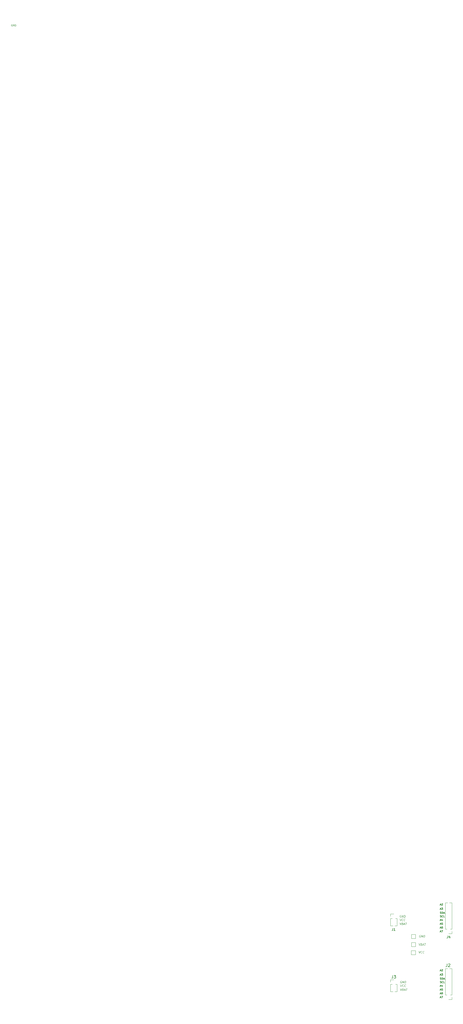
<source format=gbr>
%TF.GenerationSoftware,KiCad,Pcbnew,8.0.9-8.0.9-0~ubuntu22.04.1*%
%TF.CreationDate,2025-04-17T16:20:49+02:00*%
%TF.ProjectId,HB_Stamp_IO_EXT_debug_adapter_FUEL4EP,48425f53-7461-46d7-905f-494f5f455854,1.0*%
%TF.SameCoordinates,Original*%
%TF.FileFunction,Legend,Top*%
%TF.FilePolarity,Positive*%
%FSLAX46Y46*%
G04 Gerber Fmt 4.6, Leading zero omitted, Abs format (unit mm)*
G04 Created by KiCad (PCBNEW 8.0.9-8.0.9-0~ubuntu22.04.1) date 2025-04-17 16:20:49*
%MOMM*%
%LPD*%
G01*
G04 APERTURE LIST*
%ADD10C,0.100000*%
%ADD11C,0.150000*%
%ADD12C,0.120000*%
%ADD13R,1.000000X1.000000*%
%ADD14O,1.000000X1.000000*%
G04 APERTURE END LIST*
D10*
X10199000Y16764366D02*
X10344833Y16064366D01*
X10344833Y16064366D02*
X10665666Y16764366D01*
X11219833Y16131033D02*
X11182333Y16097700D01*
X11182333Y16097700D02*
X11078166Y16064366D01*
X11078166Y16064366D02*
X11011500Y16064366D01*
X11011500Y16064366D02*
X10915666Y16097700D01*
X10915666Y16097700D02*
X10857333Y16164366D01*
X10857333Y16164366D02*
X10832333Y16231033D01*
X10832333Y16231033D02*
X10815666Y16364366D01*
X10815666Y16364366D02*
X10828166Y16464366D01*
X10828166Y16464366D02*
X10878166Y16597700D01*
X10878166Y16597700D02*
X10919833Y16664366D01*
X10919833Y16664366D02*
X10994833Y16731033D01*
X10994833Y16731033D02*
X11099000Y16764366D01*
X11099000Y16764366D02*
X11165666Y16764366D01*
X11165666Y16764366D02*
X11261500Y16731033D01*
X11261500Y16731033D02*
X11290666Y16697700D01*
X11919833Y16131033D02*
X11882333Y16097700D01*
X11882333Y16097700D02*
X11778166Y16064366D01*
X11778166Y16064366D02*
X11711500Y16064366D01*
X11711500Y16064366D02*
X11615666Y16097700D01*
X11615666Y16097700D02*
X11557333Y16164366D01*
X11557333Y16164366D02*
X11532333Y16231033D01*
X11532333Y16231033D02*
X11515666Y16364366D01*
X11515666Y16364366D02*
X11528166Y16464366D01*
X11528166Y16464366D02*
X11578166Y16597700D01*
X11578166Y16597700D02*
X11619833Y16664366D01*
X11619833Y16664366D02*
X11694833Y16731033D01*
X11694833Y16731033D02*
X11799000Y16764366D01*
X11799000Y16764366D02*
X11865666Y16764366D01*
X11865666Y16764366D02*
X11961500Y16731033D01*
X11961500Y16731033D02*
X11990666Y16697700D01*
X10183334Y19381366D02*
X10329167Y18681366D01*
X10329167Y18681366D02*
X10650000Y19381366D01*
X11075000Y19048033D02*
X11170834Y19014700D01*
X11170834Y19014700D02*
X11200000Y18981366D01*
X11200000Y18981366D02*
X11225000Y18914700D01*
X11225000Y18914700D02*
X11212500Y18814700D01*
X11212500Y18814700D02*
X11170834Y18748033D01*
X11170834Y18748033D02*
X11133334Y18714700D01*
X11133334Y18714700D02*
X11062500Y18681366D01*
X11062500Y18681366D02*
X10795834Y18681366D01*
X10795834Y18681366D02*
X10883334Y19381366D01*
X10883334Y19381366D02*
X11116667Y19381366D01*
X11116667Y19381366D02*
X11179167Y19348033D01*
X11179167Y19348033D02*
X11208334Y19314700D01*
X11208334Y19314700D02*
X11233334Y19248033D01*
X11233334Y19248033D02*
X11225000Y19181366D01*
X11225000Y19181366D02*
X11183334Y19114700D01*
X11183334Y19114700D02*
X11145834Y19081366D01*
X11145834Y19081366D02*
X11075000Y19048033D01*
X11075000Y19048033D02*
X10841667Y19048033D01*
X11487500Y18881366D02*
X11820834Y18881366D01*
X11395834Y18681366D02*
X11716667Y19381366D01*
X11716667Y19381366D02*
X11862500Y18681366D01*
X12083334Y19381366D02*
X12483334Y19381366D01*
X12195834Y18681366D02*
X12283334Y19381366D01*
X10795834Y22098033D02*
X10733334Y22131366D01*
X10733334Y22131366D02*
X10633334Y22131366D01*
X10633334Y22131366D02*
X10529167Y22098033D01*
X10529167Y22098033D02*
X10454167Y22031366D01*
X10454167Y22031366D02*
X10412500Y21964700D01*
X10412500Y21964700D02*
X10362500Y21831366D01*
X10362500Y21831366D02*
X10350000Y21731366D01*
X10350000Y21731366D02*
X10366667Y21598033D01*
X10366667Y21598033D02*
X10391667Y21531366D01*
X10391667Y21531366D02*
X10450000Y21464700D01*
X10450000Y21464700D02*
X10545834Y21431366D01*
X10545834Y21431366D02*
X10612500Y21431366D01*
X10612500Y21431366D02*
X10716667Y21464700D01*
X10716667Y21464700D02*
X10754167Y21498033D01*
X10754167Y21498033D02*
X10783334Y21731366D01*
X10783334Y21731366D02*
X10650000Y21731366D01*
X11045834Y21431366D02*
X11133334Y22131366D01*
X11133334Y22131366D02*
X11445834Y21431366D01*
X11445834Y21431366D02*
X11533334Y22131366D01*
X11779167Y21431366D02*
X11866667Y22131366D01*
X11866667Y22131366D02*
X12033333Y22131366D01*
X12033333Y22131366D02*
X12129167Y22098033D01*
X12129167Y22098033D02*
X12187500Y22031366D01*
X12187500Y22031366D02*
X12212500Y21964700D01*
X12212500Y21964700D02*
X12229167Y21831366D01*
X12229167Y21831366D02*
X12216667Y21731366D01*
X12216667Y21731366D02*
X12166667Y21598033D01*
X12166667Y21598033D02*
X12125000Y21531366D01*
X12125000Y21531366D02*
X12050000Y21464700D01*
X12050000Y21464700D02*
X11945833Y21431366D01*
X11945833Y21431366D02*
X11779167Y21431366D01*
D11*
X17357969Y7359800D02*
X17443684Y7331228D01*
X17443684Y7331228D02*
X17586541Y7331228D01*
X17586541Y7331228D02*
X17643684Y7359800D01*
X17643684Y7359800D02*
X17672255Y7388371D01*
X17672255Y7388371D02*
X17700826Y7445514D01*
X17700826Y7445514D02*
X17700826Y7502657D01*
X17700826Y7502657D02*
X17672255Y7559800D01*
X17672255Y7559800D02*
X17643684Y7588371D01*
X17643684Y7588371D02*
X17586541Y7616942D01*
X17586541Y7616942D02*
X17472255Y7645514D01*
X17472255Y7645514D02*
X17415112Y7674085D01*
X17415112Y7674085D02*
X17386541Y7702657D01*
X17386541Y7702657D02*
X17357969Y7759800D01*
X17357969Y7759800D02*
X17357969Y7816942D01*
X17357969Y7816942D02*
X17386541Y7874085D01*
X17386541Y7874085D02*
X17415112Y7902657D01*
X17415112Y7902657D02*
X17472255Y7931228D01*
X17472255Y7931228D02*
X17615112Y7931228D01*
X17615112Y7931228D02*
X17700826Y7902657D01*
X17957970Y7331228D02*
X17957970Y7931228D01*
X17957970Y7931228D02*
X18100827Y7931228D01*
X18100827Y7931228D02*
X18186541Y7902657D01*
X18186541Y7902657D02*
X18243684Y7845514D01*
X18243684Y7845514D02*
X18272255Y7788371D01*
X18272255Y7788371D02*
X18300827Y7674085D01*
X18300827Y7674085D02*
X18300827Y7588371D01*
X18300827Y7588371D02*
X18272255Y7474085D01*
X18272255Y7474085D02*
X18243684Y7416942D01*
X18243684Y7416942D02*
X18186541Y7359800D01*
X18186541Y7359800D02*
X18100827Y7331228D01*
X18100827Y7331228D02*
X17957970Y7331228D01*
X18529398Y7502657D02*
X18815113Y7502657D01*
X18472255Y7331228D02*
X18672255Y7931228D01*
X18672255Y7931228D02*
X18872255Y7331228D01*
X17357969Y1305057D02*
X17643684Y1305057D01*
X17300826Y1133628D02*
X17500826Y1733628D01*
X17500826Y1733628D02*
X17700826Y1133628D01*
X17843684Y1733628D02*
X18243684Y1733628D01*
X18243684Y1733628D02*
X17986541Y1133628D01*
X17357969Y2575057D02*
X17643684Y2575057D01*
X17300826Y2403628D02*
X17500826Y3003628D01*
X17500826Y3003628D02*
X17700826Y2403628D01*
X18157970Y3003628D02*
X18043684Y3003628D01*
X18043684Y3003628D02*
X17986541Y2975057D01*
X17986541Y2975057D02*
X17957970Y2946485D01*
X17957970Y2946485D02*
X17900827Y2860771D01*
X17900827Y2860771D02*
X17872255Y2746485D01*
X17872255Y2746485D02*
X17872255Y2517914D01*
X17872255Y2517914D02*
X17900827Y2460771D01*
X17900827Y2460771D02*
X17929398Y2432200D01*
X17929398Y2432200D02*
X17986541Y2403628D01*
X17986541Y2403628D02*
X18100827Y2403628D01*
X18100827Y2403628D02*
X18157970Y2432200D01*
X18157970Y2432200D02*
X18186541Y2460771D01*
X18186541Y2460771D02*
X18215112Y2517914D01*
X18215112Y2517914D02*
X18215112Y2660771D01*
X18215112Y2660771D02*
X18186541Y2717914D01*
X18186541Y2717914D02*
X18157970Y2746485D01*
X18157970Y2746485D02*
X18100827Y2775057D01*
X18100827Y2775057D02*
X17986541Y2775057D01*
X17986541Y2775057D02*
X17929398Y2746485D01*
X17929398Y2746485D02*
X17900827Y2717914D01*
X17900827Y2717914D02*
X17872255Y2660771D01*
X17357969Y6140600D02*
X17443684Y6112028D01*
X17443684Y6112028D02*
X17586541Y6112028D01*
X17586541Y6112028D02*
X17643684Y6140600D01*
X17643684Y6140600D02*
X17672255Y6169171D01*
X17672255Y6169171D02*
X17700826Y6226314D01*
X17700826Y6226314D02*
X17700826Y6283457D01*
X17700826Y6283457D02*
X17672255Y6340600D01*
X17672255Y6340600D02*
X17643684Y6369171D01*
X17643684Y6369171D02*
X17586541Y6397742D01*
X17586541Y6397742D02*
X17472255Y6426314D01*
X17472255Y6426314D02*
X17415112Y6454885D01*
X17415112Y6454885D02*
X17386541Y6483457D01*
X17386541Y6483457D02*
X17357969Y6540600D01*
X17357969Y6540600D02*
X17357969Y6597742D01*
X17357969Y6597742D02*
X17386541Y6654885D01*
X17386541Y6654885D02*
X17415112Y6683457D01*
X17415112Y6683457D02*
X17472255Y6712028D01*
X17472255Y6712028D02*
X17615112Y6712028D01*
X17615112Y6712028D02*
X17700826Y6683457D01*
X18300827Y6169171D02*
X18272255Y6140600D01*
X18272255Y6140600D02*
X18186541Y6112028D01*
X18186541Y6112028D02*
X18129398Y6112028D01*
X18129398Y6112028D02*
X18043684Y6140600D01*
X18043684Y6140600D02*
X17986541Y6197742D01*
X17986541Y6197742D02*
X17957970Y6254885D01*
X17957970Y6254885D02*
X17929398Y6369171D01*
X17929398Y6369171D02*
X17929398Y6454885D01*
X17929398Y6454885D02*
X17957970Y6569171D01*
X17957970Y6569171D02*
X17986541Y6626314D01*
X17986541Y6626314D02*
X18043684Y6683457D01*
X18043684Y6683457D02*
X18129398Y6712028D01*
X18129398Y6712028D02*
X18186541Y6712028D01*
X18186541Y6712028D02*
X18272255Y6683457D01*
X18272255Y6683457D02*
X18300827Y6654885D01*
X18843684Y6112028D02*
X18557970Y6112028D01*
X18557970Y6112028D02*
X18557970Y6712028D01*
X17357969Y10245857D02*
X17643684Y10245857D01*
X17300826Y10074428D02*
X17500826Y10674428D01*
X17500826Y10674428D02*
X17700826Y10074428D01*
X17872255Y10617285D02*
X17900827Y10645857D01*
X17900827Y10645857D02*
X17957970Y10674428D01*
X17957970Y10674428D02*
X18100827Y10674428D01*
X18100827Y10674428D02*
X18157970Y10645857D01*
X18157970Y10645857D02*
X18186541Y10617285D01*
X18186541Y10617285D02*
X18215112Y10560142D01*
X18215112Y10560142D02*
X18215112Y10503000D01*
X18215112Y10503000D02*
X18186541Y10417285D01*
X18186541Y10417285D02*
X17843684Y10074428D01*
X17843684Y10074428D02*
X18215112Y10074428D01*
X17357969Y5064257D02*
X17643684Y5064257D01*
X17300826Y4892828D02*
X17500826Y5492828D01*
X17500826Y5492828D02*
X17700826Y4892828D01*
X18157970Y5292828D02*
X18157970Y4892828D01*
X18015112Y5521400D02*
X17872255Y5092828D01*
X17872255Y5092828D02*
X18243684Y5092828D01*
X17357969Y8823457D02*
X17643684Y8823457D01*
X17300826Y8652028D02*
X17500826Y9252028D01*
X17500826Y9252028D02*
X17700826Y8652028D01*
X17843684Y9252028D02*
X18215112Y9252028D01*
X18215112Y9252028D02*
X18015112Y9023457D01*
X18015112Y9023457D02*
X18100827Y9023457D01*
X18100827Y9023457D02*
X18157970Y8994885D01*
X18157970Y8994885D02*
X18186541Y8966314D01*
X18186541Y8966314D02*
X18215112Y8909171D01*
X18215112Y8909171D02*
X18215112Y8766314D01*
X18215112Y8766314D02*
X18186541Y8709171D01*
X18186541Y8709171D02*
X18157970Y8680600D01*
X18157970Y8680600D02*
X18100827Y8652028D01*
X18100827Y8652028D02*
X17929398Y8652028D01*
X17929398Y8652028D02*
X17872255Y8680600D01*
X17872255Y8680600D02*
X17843684Y8709171D01*
X17357969Y3794257D02*
X17643684Y3794257D01*
X17300826Y3622828D02*
X17500826Y4222828D01*
X17500826Y4222828D02*
X17700826Y3622828D01*
X18186541Y4222828D02*
X17900827Y4222828D01*
X17900827Y4222828D02*
X17872255Y3937114D01*
X17872255Y3937114D02*
X17900827Y3965685D01*
X17900827Y3965685D02*
X17957970Y3994257D01*
X17957970Y3994257D02*
X18100827Y3994257D01*
X18100827Y3994257D02*
X18157970Y3965685D01*
X18157970Y3965685D02*
X18186541Y3937114D01*
X18186541Y3937114D02*
X18215112Y3879971D01*
X18215112Y3879971D02*
X18215112Y3737114D01*
X18215112Y3737114D02*
X18186541Y3679971D01*
X18186541Y3679971D02*
X18157970Y3651400D01*
X18157970Y3651400D02*
X18100827Y3622828D01*
X18100827Y3622828D02*
X17957970Y3622828D01*
X17957970Y3622828D02*
X17900827Y3651400D01*
X17900827Y3651400D02*
X17872255Y3679971D01*
X17357969Y25801057D02*
X17643684Y25801057D01*
X17300826Y25629628D02*
X17500826Y26229628D01*
X17500826Y26229628D02*
X17700826Y25629628D01*
X18186541Y26229628D02*
X17900827Y26229628D01*
X17900827Y26229628D02*
X17872255Y25943914D01*
X17872255Y25943914D02*
X17900827Y25972485D01*
X17900827Y25972485D02*
X17957970Y26001057D01*
X17957970Y26001057D02*
X18100827Y26001057D01*
X18100827Y26001057D02*
X18157970Y25972485D01*
X18157970Y25972485D02*
X18186541Y25943914D01*
X18186541Y25943914D02*
X18215112Y25886771D01*
X18215112Y25886771D02*
X18215112Y25743914D01*
X18215112Y25743914D02*
X18186541Y25686771D01*
X18186541Y25686771D02*
X18157970Y25658200D01*
X18157970Y25658200D02*
X18100827Y25629628D01*
X18100827Y25629628D02*
X17957970Y25629628D01*
X17957970Y25629628D02*
X17900827Y25658200D01*
X17900827Y25658200D02*
X17872255Y25686771D01*
X17357969Y30830257D02*
X17643684Y30830257D01*
X17300826Y30658828D02*
X17500826Y31258828D01*
X17500826Y31258828D02*
X17700826Y30658828D01*
X17843684Y31258828D02*
X18215112Y31258828D01*
X18215112Y31258828D02*
X18015112Y31030257D01*
X18015112Y31030257D02*
X18100827Y31030257D01*
X18100827Y31030257D02*
X18157970Y31001685D01*
X18157970Y31001685D02*
X18186541Y30973114D01*
X18186541Y30973114D02*
X18215112Y30915971D01*
X18215112Y30915971D02*
X18215112Y30773114D01*
X18215112Y30773114D02*
X18186541Y30715971D01*
X18186541Y30715971D02*
X18157970Y30687400D01*
X18157970Y30687400D02*
X18100827Y30658828D01*
X18100827Y30658828D02*
X17929398Y30658828D01*
X17929398Y30658828D02*
X17872255Y30687400D01*
X17872255Y30687400D02*
X17843684Y30715971D01*
X17357969Y32252657D02*
X17643684Y32252657D01*
X17300826Y32081228D02*
X17500826Y32681228D01*
X17500826Y32681228D02*
X17700826Y32081228D01*
X17872255Y32624085D02*
X17900827Y32652657D01*
X17900827Y32652657D02*
X17957970Y32681228D01*
X17957970Y32681228D02*
X18100827Y32681228D01*
X18100827Y32681228D02*
X18157970Y32652657D01*
X18157970Y32652657D02*
X18186541Y32624085D01*
X18186541Y32624085D02*
X18215112Y32566942D01*
X18215112Y32566942D02*
X18215112Y32509800D01*
X18215112Y32509800D02*
X18186541Y32424085D01*
X18186541Y32424085D02*
X17843684Y32081228D01*
X17843684Y32081228D02*
X18215112Y32081228D01*
X17357969Y29366600D02*
X17443684Y29338028D01*
X17443684Y29338028D02*
X17586541Y29338028D01*
X17586541Y29338028D02*
X17643684Y29366600D01*
X17643684Y29366600D02*
X17672255Y29395171D01*
X17672255Y29395171D02*
X17700826Y29452314D01*
X17700826Y29452314D02*
X17700826Y29509457D01*
X17700826Y29509457D02*
X17672255Y29566600D01*
X17672255Y29566600D02*
X17643684Y29595171D01*
X17643684Y29595171D02*
X17586541Y29623742D01*
X17586541Y29623742D02*
X17472255Y29652314D01*
X17472255Y29652314D02*
X17415112Y29680885D01*
X17415112Y29680885D02*
X17386541Y29709457D01*
X17386541Y29709457D02*
X17357969Y29766600D01*
X17357969Y29766600D02*
X17357969Y29823742D01*
X17357969Y29823742D02*
X17386541Y29880885D01*
X17386541Y29880885D02*
X17415112Y29909457D01*
X17415112Y29909457D02*
X17472255Y29938028D01*
X17472255Y29938028D02*
X17615112Y29938028D01*
X17615112Y29938028D02*
X17700826Y29909457D01*
X17957970Y29338028D02*
X17957970Y29938028D01*
X17957970Y29938028D02*
X18100827Y29938028D01*
X18100827Y29938028D02*
X18186541Y29909457D01*
X18186541Y29909457D02*
X18243684Y29852314D01*
X18243684Y29852314D02*
X18272255Y29795171D01*
X18272255Y29795171D02*
X18300827Y29680885D01*
X18300827Y29680885D02*
X18300827Y29595171D01*
X18300827Y29595171D02*
X18272255Y29480885D01*
X18272255Y29480885D02*
X18243684Y29423742D01*
X18243684Y29423742D02*
X18186541Y29366600D01*
X18186541Y29366600D02*
X18100827Y29338028D01*
X18100827Y29338028D02*
X17957970Y29338028D01*
X18529398Y29509457D02*
X18815113Y29509457D01*
X18472255Y29338028D02*
X18672255Y29938028D01*
X18672255Y29938028D02*
X18872255Y29338028D01*
X17357969Y27071057D02*
X17643684Y27071057D01*
X17300826Y26899628D02*
X17500826Y27499628D01*
X17500826Y27499628D02*
X17700826Y26899628D01*
X18157970Y27299628D02*
X18157970Y26899628D01*
X18015112Y27528200D02*
X17872255Y27099628D01*
X17872255Y27099628D02*
X18243684Y27099628D01*
X17357969Y28147400D02*
X17443684Y28118828D01*
X17443684Y28118828D02*
X17586541Y28118828D01*
X17586541Y28118828D02*
X17643684Y28147400D01*
X17643684Y28147400D02*
X17672255Y28175971D01*
X17672255Y28175971D02*
X17700826Y28233114D01*
X17700826Y28233114D02*
X17700826Y28290257D01*
X17700826Y28290257D02*
X17672255Y28347400D01*
X17672255Y28347400D02*
X17643684Y28375971D01*
X17643684Y28375971D02*
X17586541Y28404542D01*
X17586541Y28404542D02*
X17472255Y28433114D01*
X17472255Y28433114D02*
X17415112Y28461685D01*
X17415112Y28461685D02*
X17386541Y28490257D01*
X17386541Y28490257D02*
X17357969Y28547400D01*
X17357969Y28547400D02*
X17357969Y28604542D01*
X17357969Y28604542D02*
X17386541Y28661685D01*
X17386541Y28661685D02*
X17415112Y28690257D01*
X17415112Y28690257D02*
X17472255Y28718828D01*
X17472255Y28718828D02*
X17615112Y28718828D01*
X17615112Y28718828D02*
X17700826Y28690257D01*
X18300827Y28175971D02*
X18272255Y28147400D01*
X18272255Y28147400D02*
X18186541Y28118828D01*
X18186541Y28118828D02*
X18129398Y28118828D01*
X18129398Y28118828D02*
X18043684Y28147400D01*
X18043684Y28147400D02*
X17986541Y28204542D01*
X17986541Y28204542D02*
X17957970Y28261685D01*
X17957970Y28261685D02*
X17929398Y28375971D01*
X17929398Y28375971D02*
X17929398Y28461685D01*
X17929398Y28461685D02*
X17957970Y28575971D01*
X17957970Y28575971D02*
X17986541Y28633114D01*
X17986541Y28633114D02*
X18043684Y28690257D01*
X18043684Y28690257D02*
X18129398Y28718828D01*
X18129398Y28718828D02*
X18186541Y28718828D01*
X18186541Y28718828D02*
X18272255Y28690257D01*
X18272255Y28690257D02*
X18300827Y28661685D01*
X18843684Y28118828D02*
X18557970Y28118828D01*
X18557970Y28118828D02*
X18557970Y28718828D01*
X17357969Y23311857D02*
X17643684Y23311857D01*
X17300826Y23140428D02*
X17500826Y23740428D01*
X17500826Y23740428D02*
X17700826Y23140428D01*
X17843684Y23740428D02*
X18243684Y23740428D01*
X18243684Y23740428D02*
X17986541Y23140428D01*
X17357969Y24581857D02*
X17643684Y24581857D01*
X17300826Y24410428D02*
X17500826Y25010428D01*
X17500826Y25010428D02*
X17700826Y24410428D01*
X18157970Y25010428D02*
X18043684Y25010428D01*
X18043684Y25010428D02*
X17986541Y24981857D01*
X17986541Y24981857D02*
X17957970Y24953285D01*
X17957970Y24953285D02*
X17900827Y24867571D01*
X17900827Y24867571D02*
X17872255Y24753285D01*
X17872255Y24753285D02*
X17872255Y24524714D01*
X17872255Y24524714D02*
X17900827Y24467571D01*
X17900827Y24467571D02*
X17929398Y24439000D01*
X17929398Y24439000D02*
X17986541Y24410428D01*
X17986541Y24410428D02*
X18100827Y24410428D01*
X18100827Y24410428D02*
X18157970Y24439000D01*
X18157970Y24439000D02*
X18186541Y24467571D01*
X18186541Y24467571D02*
X18215112Y24524714D01*
X18215112Y24524714D02*
X18215112Y24667571D01*
X18215112Y24667571D02*
X18186541Y24724714D01*
X18186541Y24724714D02*
X18157970Y24753285D01*
X18157970Y24753285D02*
X18100827Y24781857D01*
X18100827Y24781857D02*
X17986541Y24781857D01*
X17986541Y24781857D02*
X17929398Y24753285D01*
X17929398Y24753285D02*
X17900827Y24724714D01*
X17900827Y24724714D02*
X17872255Y24667571D01*
D10*
X4050000Y5581366D02*
X4195833Y4881366D01*
X4195833Y4881366D02*
X4516666Y5581366D01*
X5070833Y4948033D02*
X5033333Y4914700D01*
X5033333Y4914700D02*
X4929166Y4881366D01*
X4929166Y4881366D02*
X4862500Y4881366D01*
X4862500Y4881366D02*
X4766666Y4914700D01*
X4766666Y4914700D02*
X4708333Y4981366D01*
X4708333Y4981366D02*
X4683333Y5048033D01*
X4683333Y5048033D02*
X4666666Y5181366D01*
X4666666Y5181366D02*
X4679166Y5281366D01*
X4679166Y5281366D02*
X4729166Y5414700D01*
X4729166Y5414700D02*
X4770833Y5481366D01*
X4770833Y5481366D02*
X4845833Y5548033D01*
X4845833Y5548033D02*
X4950000Y5581366D01*
X4950000Y5581366D02*
X5016666Y5581366D01*
X5016666Y5581366D02*
X5112500Y5548033D01*
X5112500Y5548033D02*
X5141666Y5514700D01*
X5770833Y4948033D02*
X5733333Y4914700D01*
X5733333Y4914700D02*
X5629166Y4881366D01*
X5629166Y4881366D02*
X5562500Y4881366D01*
X5562500Y4881366D02*
X5466666Y4914700D01*
X5466666Y4914700D02*
X5408333Y4981366D01*
X5408333Y4981366D02*
X5383333Y5048033D01*
X5383333Y5048033D02*
X5366666Y5181366D01*
X5366666Y5181366D02*
X5379166Y5281366D01*
X5379166Y5281366D02*
X5429166Y5414700D01*
X5429166Y5414700D02*
X5470833Y5481366D01*
X5470833Y5481366D02*
X5545833Y5548033D01*
X5545833Y5548033D02*
X5650000Y5581366D01*
X5650000Y5581366D02*
X5716666Y5581366D01*
X5716666Y5581366D02*
X5812500Y5548033D01*
X5812500Y5548033D02*
X5841666Y5514700D01*
X4445834Y6748033D02*
X4383334Y6781366D01*
X4383334Y6781366D02*
X4283334Y6781366D01*
X4283334Y6781366D02*
X4179167Y6748033D01*
X4179167Y6748033D02*
X4104167Y6681366D01*
X4104167Y6681366D02*
X4062500Y6614700D01*
X4062500Y6614700D02*
X4012500Y6481366D01*
X4012500Y6481366D02*
X4000000Y6381366D01*
X4000000Y6381366D02*
X4016667Y6248033D01*
X4016667Y6248033D02*
X4041667Y6181366D01*
X4041667Y6181366D02*
X4100000Y6114700D01*
X4100000Y6114700D02*
X4195834Y6081366D01*
X4195834Y6081366D02*
X4262500Y6081366D01*
X4262500Y6081366D02*
X4366667Y6114700D01*
X4366667Y6114700D02*
X4404167Y6148033D01*
X4404167Y6148033D02*
X4433334Y6381366D01*
X4433334Y6381366D02*
X4300000Y6381366D01*
X4695834Y6081366D02*
X4783334Y6781366D01*
X4783334Y6781366D02*
X5095834Y6081366D01*
X5095834Y6081366D02*
X5183334Y6781366D01*
X5429167Y6081366D02*
X5516667Y6781366D01*
X5516667Y6781366D02*
X5683333Y6781366D01*
X5683333Y6781366D02*
X5779167Y6748033D01*
X5779167Y6748033D02*
X5837500Y6681366D01*
X5837500Y6681366D02*
X5862500Y6614700D01*
X5862500Y6614700D02*
X5879167Y6481366D01*
X5879167Y6481366D02*
X5866667Y6381366D01*
X5866667Y6381366D02*
X5816667Y6248033D01*
X5816667Y6248033D02*
X5775000Y6181366D01*
X5775000Y6181366D02*
X5700000Y6114700D01*
X5700000Y6114700D02*
X5595833Y6081366D01*
X5595833Y6081366D02*
X5429167Y6081366D01*
X4033334Y4281366D02*
X4179167Y3581366D01*
X4179167Y3581366D02*
X4500000Y4281366D01*
X4925000Y3948033D02*
X5020834Y3914700D01*
X5020834Y3914700D02*
X5050000Y3881366D01*
X5050000Y3881366D02*
X5075000Y3814700D01*
X5075000Y3814700D02*
X5062500Y3714700D01*
X5062500Y3714700D02*
X5020834Y3648033D01*
X5020834Y3648033D02*
X4983334Y3614700D01*
X4983334Y3614700D02*
X4912500Y3581366D01*
X4912500Y3581366D02*
X4645834Y3581366D01*
X4645834Y3581366D02*
X4733334Y4281366D01*
X4733334Y4281366D02*
X4966667Y4281366D01*
X4966667Y4281366D02*
X5029167Y4248033D01*
X5029167Y4248033D02*
X5058334Y4214700D01*
X5058334Y4214700D02*
X5083334Y4148033D01*
X5083334Y4148033D02*
X5075000Y4081366D01*
X5075000Y4081366D02*
X5033334Y4014700D01*
X5033334Y4014700D02*
X4995834Y3981366D01*
X4995834Y3981366D02*
X4925000Y3948033D01*
X4925000Y3948033D02*
X4691667Y3948033D01*
X5337500Y3781366D02*
X5670834Y3781366D01*
X5245834Y3581366D02*
X5566667Y4281366D01*
X5566667Y4281366D02*
X5712500Y3581366D01*
X5933334Y4281366D02*
X6333334Y4281366D01*
X6045834Y3581366D02*
X6133334Y4281366D01*
X3850000Y27581366D02*
X3995833Y26881366D01*
X3995833Y26881366D02*
X4316666Y27581366D01*
X4870833Y26948033D02*
X4833333Y26914700D01*
X4833333Y26914700D02*
X4729166Y26881366D01*
X4729166Y26881366D02*
X4662500Y26881366D01*
X4662500Y26881366D02*
X4566666Y26914700D01*
X4566666Y26914700D02*
X4508333Y26981366D01*
X4508333Y26981366D02*
X4483333Y27048033D01*
X4483333Y27048033D02*
X4466666Y27181366D01*
X4466666Y27181366D02*
X4479166Y27281366D01*
X4479166Y27281366D02*
X4529166Y27414700D01*
X4529166Y27414700D02*
X4570833Y27481366D01*
X4570833Y27481366D02*
X4645833Y27548033D01*
X4645833Y27548033D02*
X4750000Y27581366D01*
X4750000Y27581366D02*
X4816666Y27581366D01*
X4816666Y27581366D02*
X4912500Y27548033D01*
X4912500Y27548033D02*
X4941666Y27514700D01*
X5570833Y26948033D02*
X5533333Y26914700D01*
X5533333Y26914700D02*
X5429166Y26881366D01*
X5429166Y26881366D02*
X5362500Y26881366D01*
X5362500Y26881366D02*
X5266666Y26914700D01*
X5266666Y26914700D02*
X5208333Y26981366D01*
X5208333Y26981366D02*
X5183333Y27048033D01*
X5183333Y27048033D02*
X5166666Y27181366D01*
X5166666Y27181366D02*
X5179166Y27281366D01*
X5179166Y27281366D02*
X5229166Y27414700D01*
X5229166Y27414700D02*
X5270833Y27481366D01*
X5270833Y27481366D02*
X5345833Y27548033D01*
X5345833Y27548033D02*
X5450000Y27581366D01*
X5450000Y27581366D02*
X5516666Y27581366D01*
X5516666Y27581366D02*
X5612500Y27548033D01*
X5612500Y27548033D02*
X5641666Y27514700D01*
X4245834Y28748033D02*
X4183334Y28781366D01*
X4183334Y28781366D02*
X4083334Y28781366D01*
X4083334Y28781366D02*
X3979167Y28748033D01*
X3979167Y28748033D02*
X3904167Y28681366D01*
X3904167Y28681366D02*
X3862500Y28614700D01*
X3862500Y28614700D02*
X3812500Y28481366D01*
X3812500Y28481366D02*
X3800000Y28381366D01*
X3800000Y28381366D02*
X3816667Y28248033D01*
X3816667Y28248033D02*
X3841667Y28181366D01*
X3841667Y28181366D02*
X3900000Y28114700D01*
X3900000Y28114700D02*
X3995834Y28081366D01*
X3995834Y28081366D02*
X4062500Y28081366D01*
X4062500Y28081366D02*
X4166667Y28114700D01*
X4166667Y28114700D02*
X4204167Y28148033D01*
X4204167Y28148033D02*
X4233334Y28381366D01*
X4233334Y28381366D02*
X4100000Y28381366D01*
X4495834Y28081366D02*
X4583334Y28781366D01*
X4583334Y28781366D02*
X4895834Y28081366D01*
X4895834Y28081366D02*
X4983334Y28781366D01*
X5229167Y28081366D02*
X5316667Y28781366D01*
X5316667Y28781366D02*
X5483333Y28781366D01*
X5483333Y28781366D02*
X5579167Y28748033D01*
X5579167Y28748033D02*
X5637500Y28681366D01*
X5637500Y28681366D02*
X5662500Y28614700D01*
X5662500Y28614700D02*
X5679167Y28481366D01*
X5679167Y28481366D02*
X5666667Y28381366D01*
X5666667Y28381366D02*
X5616667Y28248033D01*
X5616667Y28248033D02*
X5575000Y28181366D01*
X5575000Y28181366D02*
X5500000Y28114700D01*
X5500000Y28114700D02*
X5395833Y28081366D01*
X5395833Y28081366D02*
X5229167Y28081366D01*
X-125933142Y326689057D02*
X-125990285Y326717628D01*
X-125990285Y326717628D02*
X-126075999Y326717628D01*
X-126075999Y326717628D02*
X-126161713Y326689057D01*
X-126161713Y326689057D02*
X-126218856Y326631914D01*
X-126218856Y326631914D02*
X-126247427Y326574771D01*
X-126247427Y326574771D02*
X-126275999Y326460485D01*
X-126275999Y326460485D02*
X-126275999Y326374771D01*
X-126275999Y326374771D02*
X-126247427Y326260485D01*
X-126247427Y326260485D02*
X-126218856Y326203342D01*
X-126218856Y326203342D02*
X-126161713Y326146200D01*
X-126161713Y326146200D02*
X-126075999Y326117628D01*
X-126075999Y326117628D02*
X-126018856Y326117628D01*
X-126018856Y326117628D02*
X-125933142Y326146200D01*
X-125933142Y326146200D02*
X-125904570Y326174771D01*
X-125904570Y326174771D02*
X-125904570Y326374771D01*
X-125904570Y326374771D02*
X-126018856Y326374771D01*
X-125647427Y326117628D02*
X-125647427Y326717628D01*
X-125647427Y326717628D02*
X-125304570Y326117628D01*
X-125304570Y326117628D02*
X-125304570Y326717628D01*
X-125018856Y326117628D02*
X-125018856Y326717628D01*
X-125018856Y326717628D02*
X-124875999Y326717628D01*
X-124875999Y326717628D02*
X-124790285Y326689057D01*
X-124790285Y326689057D02*
X-124733142Y326631914D01*
X-124733142Y326631914D02*
X-124704571Y326574771D01*
X-124704571Y326574771D02*
X-124675999Y326460485D01*
X-124675999Y326460485D02*
X-124675999Y326374771D01*
X-124675999Y326374771D02*
X-124704571Y326260485D01*
X-124704571Y326260485D02*
X-124733142Y326203342D01*
X-124733142Y326203342D02*
X-124790285Y326146200D01*
X-124790285Y326146200D02*
X-124875999Y326117628D01*
X-124875999Y326117628D02*
X-125018856Y326117628D01*
X3833334Y26281366D02*
X3979167Y25581366D01*
X3979167Y25581366D02*
X4300000Y26281366D01*
X4725000Y25948033D02*
X4820834Y25914700D01*
X4820834Y25914700D02*
X4850000Y25881366D01*
X4850000Y25881366D02*
X4875000Y25814700D01*
X4875000Y25814700D02*
X4862500Y25714700D01*
X4862500Y25714700D02*
X4820834Y25648033D01*
X4820834Y25648033D02*
X4783334Y25614700D01*
X4783334Y25614700D02*
X4712500Y25581366D01*
X4712500Y25581366D02*
X4445834Y25581366D01*
X4445834Y25581366D02*
X4533334Y26281366D01*
X4533334Y26281366D02*
X4766667Y26281366D01*
X4766667Y26281366D02*
X4829167Y26248033D01*
X4829167Y26248033D02*
X4858334Y26214700D01*
X4858334Y26214700D02*
X4883334Y26148033D01*
X4883334Y26148033D02*
X4875000Y26081366D01*
X4875000Y26081366D02*
X4833334Y26014700D01*
X4833334Y26014700D02*
X4795834Y25981366D01*
X4795834Y25981366D02*
X4725000Y25948033D01*
X4725000Y25948033D02*
X4491667Y25948033D01*
X5137500Y25781366D02*
X5470834Y25781366D01*
X5045834Y25581366D02*
X5366667Y26281366D01*
X5366667Y26281366D02*
X5512500Y25581366D01*
X5733334Y26281366D02*
X6133334Y26281366D01*
X5845834Y25581366D02*
X5933334Y26281366D01*
D11*
X1483333Y24437704D02*
X1483333Y23866276D01*
X1483333Y23866276D02*
X1445238Y23751990D01*
X1445238Y23751990D02*
X1369047Y23675800D01*
X1369047Y23675800D02*
X1254762Y23637704D01*
X1254762Y23637704D02*
X1178571Y23637704D01*
X2283333Y23637704D02*
X1826190Y23637704D01*
X2054762Y23637704D02*
X2054762Y24437704D01*
X2054762Y24437704D02*
X1978571Y24323419D01*
X1978571Y24323419D02*
X1902381Y24247228D01*
X1902381Y24247228D02*
X1826190Y24209133D01*
X19666666Y12545180D02*
X19666666Y11830895D01*
X19666666Y11830895D02*
X19619047Y11688038D01*
X19619047Y11688038D02*
X19523809Y11592800D01*
X19523809Y11592800D02*
X19380952Y11545180D01*
X19380952Y11545180D02*
X19285714Y11545180D01*
X20095238Y12449942D02*
X20142857Y12497561D01*
X20142857Y12497561D02*
X20238095Y12545180D01*
X20238095Y12545180D02*
X20476190Y12545180D01*
X20476190Y12545180D02*
X20571428Y12497561D01*
X20571428Y12497561D02*
X20619047Y12449942D01*
X20619047Y12449942D02*
X20666666Y12354704D01*
X20666666Y12354704D02*
X20666666Y12259466D01*
X20666666Y12259466D02*
X20619047Y12116609D01*
X20619047Y12116609D02*
X20047619Y11545180D01*
X20047619Y11545180D02*
X20666666Y11545180D01*
X19900933Y21937704D02*
X19900933Y21366276D01*
X19900933Y21366276D02*
X19862838Y21251990D01*
X19862838Y21251990D02*
X19786647Y21175800D01*
X19786647Y21175800D02*
X19672362Y21137704D01*
X19672362Y21137704D02*
X19596171Y21137704D01*
X20624743Y21671038D02*
X20624743Y21137704D01*
X20434267Y21975800D02*
X20243790Y21404371D01*
X20243790Y21404371D02*
X20739029Y21404371D01*
X1495466Y8691780D02*
X1495466Y7977495D01*
X1495466Y7977495D02*
X1447847Y7834638D01*
X1447847Y7834638D02*
X1352609Y7739400D01*
X1352609Y7739400D02*
X1209752Y7691780D01*
X1209752Y7691780D02*
X1114514Y7691780D01*
X1876419Y8691780D02*
X2495466Y8691780D01*
X2495466Y8691780D02*
X2162133Y8310828D01*
X2162133Y8310828D02*
X2304990Y8310828D01*
X2304990Y8310828D02*
X2400228Y8263209D01*
X2400228Y8263209D02*
X2447847Y8215590D01*
X2447847Y8215590D02*
X2495466Y8120352D01*
X2495466Y8120352D02*
X2495466Y7882257D01*
X2495466Y7882257D02*
X2447847Y7787019D01*
X2447847Y7787019D02*
X2400228Y7739400D01*
X2400228Y7739400D02*
X2304990Y7691780D01*
X2304990Y7691780D02*
X2019276Y7691780D01*
X2019276Y7691780D02*
X1924038Y7739400D01*
X1924038Y7739400D02*
X1876419Y7787019D01*
D12*
%TO.C,TP3*%
X7682000Y16956000D02*
X9082000Y16956000D01*
X7682000Y15556000D02*
X7682000Y16956000D01*
X9082000Y16956000D02*
X9082000Y15556000D01*
X9082000Y15556000D02*
X7682000Y15556000D01*
%TO.C,J1*%
X718800Y29211600D02*
X1828800Y29211600D01*
X718800Y28451600D02*
X718800Y29211600D01*
X718800Y27691600D02*
X718800Y25216600D01*
X718800Y27691600D02*
X1265329Y27691600D01*
X718800Y25216600D02*
X1521270Y25216600D01*
X2136330Y25216600D02*
X2938800Y25216600D01*
X2392271Y27691600D02*
X2938800Y27691600D01*
X2938800Y27691600D02*
X2938800Y25216600D01*
%TO.C,J2*%
X19057600Y2131600D02*
X19057600Y10956600D01*
X19604129Y2131600D02*
X19057600Y2131600D01*
X19860070Y10956600D02*
X19057600Y10956600D01*
X21277600Y10956600D02*
X20475130Y10956600D01*
X21277600Y2131600D02*
X20731071Y2131600D01*
X21277600Y2131600D02*
X21277600Y10956600D01*
X21277600Y1371600D02*
X21277600Y611600D01*
X21277600Y611600D02*
X20167600Y611600D01*
%TO.C,J4*%
X19057600Y24131600D02*
X19057600Y32956600D01*
X19604129Y24131600D02*
X19057600Y24131600D01*
X19860070Y32956600D02*
X19057600Y32956600D01*
X21277600Y32956600D02*
X20475130Y32956600D01*
X21277600Y24131600D02*
X20731071Y24131600D01*
X21277600Y24131600D02*
X21277600Y32956600D01*
X21277600Y23371600D02*
X21277600Y22611600D01*
X21277600Y22611600D02*
X20167600Y22611600D01*
%TO.C,J3*%
X718800Y7211600D02*
X1828800Y7211600D01*
X718800Y6451600D02*
X718800Y7211600D01*
X718800Y5691600D02*
X718800Y3216600D01*
X718800Y5691600D02*
X1265329Y5691600D01*
X718800Y3216600D02*
X1521270Y3216600D01*
X2136330Y3216600D02*
X2938800Y3216600D01*
X2392271Y5691600D02*
X2938800Y5691600D01*
X2938800Y5691600D02*
X2938800Y3216600D01*
%TO.C,TP2*%
X7700000Y19700000D02*
X9100000Y19700000D01*
X7700000Y18300000D02*
X7700000Y19700000D01*
X9100000Y19700000D02*
X9100000Y18300000D01*
X9100000Y18300000D02*
X7700000Y18300000D01*
%TO.C,TP1*%
X7700000Y22400000D02*
X9100000Y22400000D01*
X7700000Y21000000D02*
X7700000Y22400000D01*
X9100000Y22400000D02*
X9100000Y21000000D01*
X9100000Y21000000D02*
X7700000Y21000000D01*
%TD*%
%LPC*%
D13*
%TO.C,TP3*%
X8382000Y16256000D03*
%TD*%
%TO.C,J1*%
X1828800Y28451600D03*
D14*
X1828800Y27181600D03*
X1828800Y25911600D03*
%TD*%
D13*
%TO.C,J2*%
X20167600Y1371600D03*
D14*
X20167600Y2641600D03*
X20167600Y3911600D03*
X20167600Y5181600D03*
X20167600Y6451600D03*
X20167600Y7721600D03*
X20167600Y8991600D03*
X20167600Y10261600D03*
%TD*%
D13*
%TO.C,J4*%
X20167600Y23371600D03*
D14*
X20167600Y24641600D03*
X20167600Y25911600D03*
X20167600Y27181600D03*
X20167600Y28451600D03*
X20167600Y29721600D03*
X20167600Y30991600D03*
X20167600Y32261600D03*
%TD*%
D13*
%TO.C,J3*%
X1828800Y6451600D03*
D14*
X1828800Y5181600D03*
X1828800Y3911600D03*
%TD*%
D13*
%TO.C,TP2*%
X8400000Y19000000D03*
%TD*%
%TO.C,TP1*%
X8400000Y21700000D03*
%TD*%
%LPD*%
M02*

</source>
